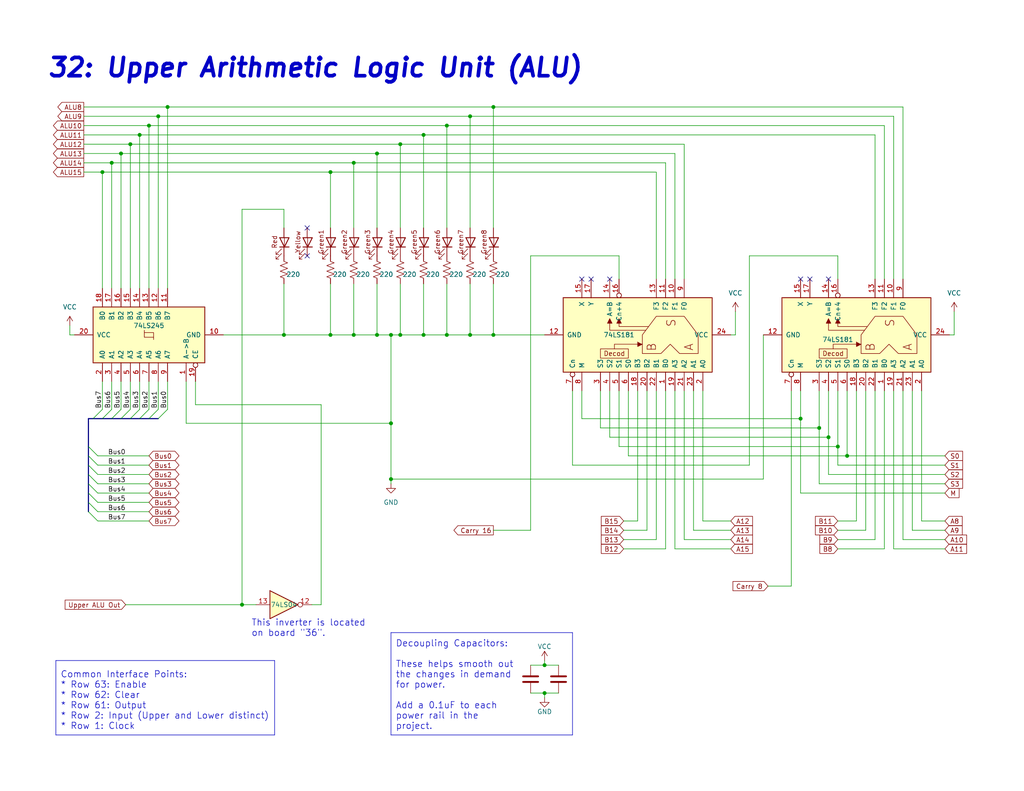
<source format=kicad_sch>
(kicad_sch (version 20211123) (generator eeschema)
  (paper "USLetter")
  (title_block (title "32: Upper ALU") (date "2022-02-23") (rev "1.1") (comment 1 "This board is located in Row 2") (comment 2 "This board is located in Column 3") (comment 3 "74LS04 is located on board \"36\" and shared with this board and board \"33\""))
  (lib_symbols
    (symbol "74xx:74LS04"
      (property "Reference" "U" (at 0 1.27 0))
      (property "Value" "74LS04" (at 0 -1.27 0))
      (symbol "74LS04_1_0"
        (polyline (pts (xy -3.81 3.81) (xy -3.81 -3.81) (xy 3.81 0) (xy -3.81 3.81)) (stroke (width 0.254)) (fill (type background)))
        (pin input line (at -7.62 0 0) (length 3.81) (name "~") (number "1"))
        (pin output inverted (at 7.62 0 180) (length 3.81) (name "~") (number "2"))
      )
      (symbol "74LS04_2_0"
        (polyline (pts (xy -3.81 3.81) (xy -3.81 -3.81) (xy 3.81 0) (xy -3.81 3.81)) (stroke (width 0.254)) (fill (type background)))
        (pin input line (at -7.62 0 0) (length 3.81) (name "~") (number "3"))
        (pin output inverted (at 7.62 0 180) (length 3.81) (name "~") (number "4"))
      )
      (symbol "74LS04_3_0"
        (polyline (pts (xy -3.81 3.81) (xy -3.81 -3.81) (xy 3.81 0) (xy -3.81 3.81)) (stroke (width 0.254)) (fill (type background)))
        (pin input line (at -7.62 0 0) (length 3.81) (name "~") (number "5"))
        (pin output inverted (at 7.62 0 180) (length 3.81) (name "~") (number "6"))
      )
      (symbol "74LS04_4_0"
        (polyline (pts (xy -3.81 3.81) (xy -3.81 -3.81) (xy 3.81 0) (xy -3.81 3.81)) (stroke (width 0.254)) (fill (type background)))
        (pin output inverted (at 7.62 0 180) (length 3.81) (name "~") (number "8"))
        (pin input line (at -7.62 0 0) (length 3.81) (name "~") (number "9"))
      )
      (symbol "74LS04_5_0"
        (polyline (pts (xy -3.81 3.81) (xy -3.81 -3.81) (xy 3.81 0) (xy -3.81 3.81)) (stroke (width 0.254)) (fill (type background)))
        (pin output inverted (at 7.62 0 180) (length 3.81) (name "~") (number "10"))
        (pin input line (at -7.62 0 0) (length 3.81) (name "~") (number "11"))
      )
      (symbol "74LS04_6_0"
        (polyline (pts (xy -3.81 3.81) (xy -3.81 -3.81) (xy 3.81 0) (xy -3.81 3.81)) (stroke (width 0.254)) (fill (type background)))
        (pin output inverted (at 7.62 0 180) (length 3.81) (name "~") (number "12"))
        (pin input line (at -7.62 0 0) (length 3.81) (name "~") (number "13"))
      )
      (symbol "74LS04_7_0"
        (pin power_in line (at 0 12.7 270) (length 5.08) (name "VCC") (number "14"))
        (pin power_in line (at 0 -12.7 90) (length 5.08) (name "GND") (number "7"))
      )
      (symbol "74LS04_7_1"
        (rectangle (start -5.08 7.62) (end 5.08 -7.62) (stroke (width 0.254)) (fill (type background)))
      )
    )
    (symbol "74xx:74LS181" (pin_names (offset 1.016))
      (property "Reference" "U" (at -7.62 21.59 0))
      (property "Value" "74LS181" (at -7.62 -21.59 0))
      (symbol "74LS181_1_0"
        (polyline (pts (xy -3.81 -6.35) (xy -2.54 -6.35) (xy -2.54 1.27)))
        (polyline (pts (xy -2.54 1.27) (xy -3.175 0) (xy -1.905 0)) (fill (type outline)))
        (polyline (pts (xy 1.27 2.159) (xy 1.27 -7.62) (xy 3.175 -7.62)))
        (polyline (pts (xy 3.175 -5.08) (xy 2.286 -5.08) (xy 2.286 2.921)))
        (polyline (pts (xy 4.445 -7.62) (xy 3.175 -6.985) (xy 3.175 -8.255) (xy 4.445 -7.62)) (fill (type outline)))
        (polyline (pts (xy 4.445 -5.08) (xy 3.175 -4.445) (xy 3.175 -5.715) (xy 4.445 -5.08)) (fill (type outline)))
        (polyline (pts (xy -6.35 -2.54) (xy -6.35 -10.16) (xy -3.81 -10.16) (xy -3.81 -2.54) (xy -6.35 -2.54)))
        (polyline (pts (xy -5.08 16.51) (xy -5.08 11.43) (xy -2.54 8.89) (xy -5.08 6.35) (xy -5.08 1.27) (xy 0 1.27) (xy 5.08 5.08) (xy 5.08 12.7) (xy 0 16.51) (xy -5.08 16.51)))
        (text "A" (at -3.302 13.97 0) (effects (font (size 2.286 2.286))))
        (text "B" (at -3.302 3.81 0) (effects (font (size 2.286 2.286))))
        (text "Decod" (at -5.08 -6.35 900) (effects (font (size 1.27 1.27))))
        (text "S" (at 3.302 9.144 0) (effects (font (size 2.286 2.286))))
        (pin input line (at -15.24 7.62 0) (length 5.08) (name "B0") (number "1"))
        (pin output line (at 15.24 10.16 180) (length 5.08) (name "F1") (number "10"))
        (pin output line (at 15.24 7.62 180) (length 5.08) (name "F2") (number "11"))
        (pin power_in line (at 0 -25.4 90) (length 5.08) (name "GND") (number "12"))
        (pin output line (at 15.24 5.08 180) (length 5.08) (name "F3") (number "13"))
        (pin output line (at 15.24 -7.62 180) (length 5.08) (name "A=B") (number "14"))
        (pin output line (at 15.24 -15.24 180) (length 5.08) (name "X") (number "15"))
        (pin output inverted (at 15.24 -5.08 180) (length 5.08) (name "Cn+4") (number "16"))
        (pin output line (at 15.24 -12.7 180) (length 5.08) (name "Y") (number "17"))
        (pin input line (at -15.24 0 0) (length 5.08) (name "B3") (number "18"))
        (pin input line (at -15.24 10.16 0) (length 5.08) (name "A3") (number "19"))
        (pin input line (at -15.24 17.78 0) (length 5.08) (name "A0") (number "2"))
        (pin input line (at -15.24 2.54 0) (length 5.08) (name "B2") (number "20"))
        (pin input line (at -15.24 12.7 0) (length 5.08) (name "A2") (number "21"))
        (pin input line (at -15.24 5.08 0) (length 5.08) (name "B1") (number "22"))
        (pin input line (at -15.24 15.24 0) (length 5.08) (name "A1") (number "23"))
        (pin power_in line (at 0 25.4 270) (length 5.08) (name "VCC") (number "24"))
        (pin input line (at -15.24 -10.16 0) (length 5.08) (name "S3") (number "3"))
        (pin input line (at -15.24 -7.62 0) (length 5.08) (name "S2") (number "4"))
        (pin input line (at -15.24 -5.08 0) (length 5.08) (name "S1") (number "5"))
        (pin input line (at -15.24 -2.54 0) (length 5.08) (name "S0") (number "6"))
        (pin input inverted (at -15.24 -17.78 0) (length 5.08) (name "Cn") (number "7"))
        (pin input line (at -15.24 -15.24 0) (length 5.08) (name "M") (number "8"))
        (pin output line (at 15.24 12.7 180) (length 5.08) (name "F0") (number "9"))
      )
      (symbol "74LS181_1_1"
        (rectangle (start -10.16 20.32) (end 10.16 -20.32) (stroke (width 0.254)) (fill (type background)))
      )
    )
    (symbol "74xx:74LS245" (pin_names (offset 1.016))
      (property "Reference" "U" (at -7.62 16.51 0))
      (property "Value" "74LS245" (at -7.62 -16.51 0))
      (symbol "74LS245_1_0"
        (polyline (pts (xy -0.635 -1.27) (xy -0.635 1.27) (xy 0.635 1.27)))
        (polyline (pts (xy -1.27 -1.27) (xy 0.635 -1.27) (xy 0.635 1.27) (xy 1.27 1.27)))
        (pin input line (at -12.7 -10.16 0) (length 5.08) (name "A->B") (number "1"))
        (pin power_in line (at 0 -20.32 90) (length 5.08) (name "GND") (number "10"))
        (pin tri_state line (at 12.7 -5.08 180) (length 5.08) (name "B7") (number "11"))
        (pin tri_state line (at 12.7 -2.54 180) (length 5.08) (name "B6") (number "12"))
        (pin tri_state line (at 12.7 0 180) (length 5.08) (name "B5") (number "13"))
        (pin tri_state line (at 12.7 2.54 180) (length 5.08) (name "B4") (number "14"))
        (pin tri_state line (at 12.7 5.08 180) (length 5.08) (name "B3") (number "15"))
        (pin tri_state line (at 12.7 7.62 180) (length 5.08) (name "B2") (number "16"))
        (pin tri_state line (at 12.7 10.16 180) (length 5.08) (name "B1") (number "17"))
        (pin tri_state line (at 12.7 12.7 180) (length 5.08) (name "B0") (number "18"))
        (pin input inverted (at -12.7 -12.7 0) (length 5.08) (name "CE") (number "19"))
        (pin tri_state line (at -12.7 12.7 0) (length 5.08) (name "A0") (number "2"))
        (pin power_in line (at 0 20.32 270) (length 5.08) (name "VCC") (number "20"))
        (pin tri_state line (at -12.7 10.16 0) (length 5.08) (name "A1") (number "3"))
        (pin tri_state line (at -12.7 7.62 0) (length 5.08) (name "A2") (number "4"))
        (pin tri_state line (at -12.7 5.08 0) (length 5.08) (name "A3") (number "5"))
        (pin tri_state line (at -12.7 2.54 0) (length 5.08) (name "A4") (number "6"))
        (pin tri_state line (at -12.7 0 0) (length 5.08) (name "A5") (number "7"))
        (pin tri_state line (at -12.7 -2.54 0) (length 5.08) (name "A6") (number "8"))
        (pin tri_state line (at -12.7 -5.08 0) (length 5.08) (name "A7") (number "9"))
      )
      (symbol "74LS245_1_1"
        (rectangle (start -7.62 15.24) (end 7.62 -15.24) (stroke (width 0.254)) (fill (type background)))
      )
    )
    (symbol "Device:C" (pin_numbers hide) (pin_names (offset 0.254))
      (property "Reference" "C" (at 0.635 2.54 0))
      (property "Value" "C" (at 0.635 -2.54 0))
      (symbol "C_0_1"
        (polyline (pts (xy -2.032 -0.762) (xy 2.032 -0.762)) (stroke (width 0.508)))
        (polyline (pts (xy -2.032 0.762) (xy 2.032 0.762)) (stroke (width 0.508)))
      )
      (symbol "C_1_1"
        (pin passive line (at 0 3.81 270) (length 2.794) (name "~") (number "1"))
        (pin passive line (at 0 -3.81 90) (length 2.794) (name "~") (number "2"))
      )
    )
    (symbol "Device:R_US" (pin_numbers hide) (pin_names (offset 0))
      (property "Reference" "R" (at 2.54 0 90))
      (property "Value" "R_US" (at -2.54 0 90))
      (symbol "R_US_0_1"
        (polyline (pts (xy 0 -2.286) (xy 0 -2.54)))
        (polyline (pts (xy 0 2.286) (xy 0 2.54)))
        (polyline (pts (xy 0 -0.762) (xy 1.016 -1.143) (xy 0 -1.524) (xy -1.016 -1.905) (xy 0 -2.286)))
        (polyline (pts (xy 0 0.762) (xy 1.016 0.381) (xy 0 0) (xy -1.016 -0.381) (xy 0 -0.762)))
        (polyline (pts (xy 0 2.286) (xy 1.016 1.905) (xy 0 1.524) (xy -1.016 1.143) (xy 0 0.762)))
      )
      (symbol "R_US_1_1"
        (pin passive line (at 0 3.81 270) (length 1.27) (name "~") (number "1"))
        (pin passive line (at 0 -3.81 90) (length 1.27) (name "~") (number "2"))
      )
    )
    (symbol "SB1R1Y8G_LED:SB1R1Y8G_LED"
      (symbol "SB1R1Y8G_LED_0_0"
        (text "" (at 0.635 0 900) (effects (font (size 1.27 1.27))))
        (text "" (at 1.27 -15.24 0) (effects (font (size 1.27 1.27))))
      )
      (symbol "SB1R1Y8G_LED_0_1"
        (polyline (pts (xy -1.397 -0.127) (xy 1.143 -0.127)))
        (polyline (pts (xy -1.397 1.143) (xy -1.397 -1.397)) (stroke (width 0.254)))
        (polyline (pts (xy 1.143 1.143) (xy 1.143 -1.397) (xy -1.397 -0.127) (xy 1.143 1.143)) (stroke (width 0.254)))
        (polyline (pts (xy -3.175 0.635) (xy -4.699 2.159) (xy -3.937 2.159) (xy -4.699 2.159) (xy -4.699 1.397)))
        (polyline (pts (xy -1.905 0.635) (xy -3.429 2.159) (xy -2.667 2.159) (xy -3.429 2.159) (xy -3.429 1.397)))
      )
      (symbol "SB1R1Y8G_LED_1_0"
        (text "Red" (at 0 2.54 0) (effects (font (size 1.27 1.27))))
      )
      (symbol "SB1R1Y8G_LED_1_1"
        (pin passive line (at -3.81 0 0) (length 2.54) (name "") (number "1"))
        (pin passive line (at 3.81 0 180) (length 2.54) (name "") (number "11"))
      )
      (symbol "SB1R1Y8G_LED_2_0"
        (text "Yellow" (at 0 2.54 0) (effects (font (size 1.27 1.27))))
      )
      (symbol "SB1R1Y8G_LED_2_1"
        (pin passive line (at 3.81 0 180) (length 2.54) (name "") (number "12"))
        (pin passive line (at -3.81 0 0) (length 2.54) (name "") (number "2"))
      )
      (symbol "SB1R1Y8G_LED_3_0"
        (text "Green1" (at 0 2.54 0) (effects (font (size 1.27 1.27))))
      )
      (symbol "SB1R1Y8G_LED_3_1"
        (pin passive line (at 3.81 0 180) (length 2.54) (name "") (number "13"))
        (pin passive line (at -3.81 0 0) (length 2.54) (name "") (number "3"))
      )
      (symbol "SB1R1Y8G_LED_4_0"
        (text "Green2" (at 0 2.54 0) (effects (font (size 1.27 1.27))))
      )
      (symbol "SB1R1Y8G_LED_4_1"
        (pin passive line (at 3.81 0 180) (length 2.54) (name "") (number "14"))
        (pin passive line (at -3.81 0 0) (length 2.54) (name "") (number "4"))
      )
      (symbol "SB1R1Y8G_LED_5_0"
        (text "Green3" (at 0 2.54 0) (effects (font (size 1.27 1.27))))
      )
      (symbol "SB1R1Y8G_LED_5_1"
        (pin passive line (at 3.81 0 180) (length 2.54) (name "") (number "15"))
        (pin passive line (at -3.81 0 0) (length 2.54) (name "") (number "5"))
      )
      (symbol "SB1R1Y8G_LED_6_0"
        (text "Green4" (at 0 2.54 0) (effects (font (size 1.27 1.27))))
      )
      (symbol "SB1R1Y8G_LED_6_1"
        (pin passive line (at 3.81 0 180) (length 2.54) (name "") (number "16"))
        (pin passive line (at -3.81 0 0) (length 2.54) (name "") (number "6"))
      )
      (symbol "SB1R1Y8G_LED_7_0"
        (text "Green5" (at 0 2.54 0) (effects (font (size 1.27 1.27))))
      )
      (symbol "SB1R1Y8G_LED_7_1"
        (pin passive line (at 3.81 0 180) (length 2.54) (name "") (number "17"))
        (pin passive line (at -3.81 0 0) (length 2.54) (name "") (number "7"))
      )
      (symbol "SB1R1Y8G_LED_8_0"
        (text "Green6" (at 0 2.54 0) (effects (font (size 1.27 1.27))))
      )
      (symbol "SB1R1Y8G_LED_8_1"
        (pin passive line (at 3.81 0 180) (length 2.54) (name "") (number "18"))
        (pin passive line (at -3.81 0 0) (length 2.54) (name "") (number "8"))
      )
      (symbol "SB1R1Y8G_LED_9_0"
        (text "Green7" (at 0 2.54 0) (effects (font (size 1.27 1.27))))
      )
      (symbol "SB1R1Y8G_LED_9_1"
        (pin passive line (at 3.81 0 180) (length 2.54) (name "") (number "19"))
        (pin passive line (at -3.81 0 0) (length 2.54) (name "") (number "9"))
      )
      (symbol "SB1R1Y8G_LED_10_0"
        (text "Green8" (at 0 2.54 0) (effects (font (size 1.27 1.27))))
      )
      (symbol "SB1R1Y8G_LED_10_1"
        (pin passive line (at 3.81 0 180) (length 2.54) (name "") (number "10"))
        (pin passive line (at -3.81 0 0) (length 2.54) (name "") (number "20"))
      )
    )
    (symbol "power:GND" (power) (pin_names (offset 0))
      (property "Value" "GND" (at 0 -3.81 0))
      (symbol "GND_0_1"
        (polyline (pts (xy 0 0) (xy 0 -1.27) (xy 1.27 -1.27) (xy 0 -2.54) (xy -1.27 -1.27) (xy 0 -1.27)))
      )
      (symbol "GND_1_1"
        (pin power_in line (at 0 0 270) (length 0) hide (name "GND") (number "1"))
      )
    )
    (symbol "power:VCC" (power) (pin_names (offset 0))
      (property "Value" "VCC" (at 0 3.81 0))
      (symbol "VCC_0_1"
        (polyline (pts (xy -0.762 1.27) (xy 0 2.54)))
        (polyline (pts (xy 0 0) (xy 0 2.54)))
        (polyline (pts (xy 0 2.54) (xy 0.762 1.27)))
      )
      (symbol "VCC_1_1"
        (pin power_in line (at 0 0 90) (length 0) hide (name "VCC") (number "1"))
      )
    )
  )
  (junction (at 106.68 91.44))
  (junction (at 115.57 91.44))
  (junction (at 77.47 91.44))
  (junction (at 90.17 91.44))
  (junction (at 35.56 39.37))
  (junction (at 106.68 115.57))
  (junction (at 90.17 46.99))
  (junction (at 134.62 29.21))
  (junction (at 96.52 44.45))
  (junction (at 30.48 44.45))
  (junction (at 43.18 31.75))
  (junction (at 121.92 34.29))
  (junction (at 40.64 34.29))
  (junction (at 109.22 39.37))
  (junction (at 226.06 119.38))
  (junction (at 96.52 91.44))
  (junction (at 102.87 41.91))
  (junction (at 106.68 130.81))
  (junction (at 134.62 91.44))
  (junction (at 27.94 46.99))
  (junction (at 102.87 91.44))
  (junction (at 115.57 36.83))
  (junction (at 223.52 116.84))
  (junction (at 38.1 36.83))
  (junction (at 121.92 91.44))
  (junction (at 33.02 41.91))
  (junction (at 66.04 165.1))
  (junction (at 109.22 91.44))
  (junction (at 148.59 181.61))
  (junction (at 128.27 31.75))
  (junction (at 128.27 91.44))
  (junction (at 148.59 189.23))
  (junction (at 45.72 29.21))
  (junction (at 228.6 121.92))
  (junction (at 218.44 114.3))
  (junction (at 231.14 124.46))
  (no_connect (at 226.06 76.2))
  (no_connect (at 220.98 76.2))
  (no_connect (at 218.44 76.2))
  (no_connect (at 166.37 76.2))
  (no_connect (at 161.29 76.2))
  (no_connect (at 158.75 76.2))
  (no_connect (at 83.82 69.85))
  (no_connect (at 83.82 62.23))
  (bus_entry (at 26.67 132.08) (size -2.54 -2.54))
  (bus_entry (at 27.94 111.76) (size -2.54 2.54))
  (bus_entry (at 26.67 124.46) (size -2.54 -2.54))
  (bus_entry (at 26.67 134.62) (size -2.54 -2.54))
  (bus_entry (at 30.48 111.76) (size -2.54 2.54))
  (bus_entry (at 40.64 111.76) (size -2.54 2.54))
  (bus_entry (at 35.56 111.76) (size -2.54 2.54))
  (bus_entry (at 33.02 111.76) (size -2.54 2.54))
  (bus_entry (at 43.18 111.76) (size -2.54 2.54))
  (bus_entry (at 26.67 139.7) (size -2.54 -2.54))
  (bus_entry (at 45.72 111.76) (size -2.54 2.54))
  (bus_entry (at 26.67 127) (size -2.54 -2.54))
  (bus_entry (at 26.67 129.54) (size -2.54 -2.54))
  (bus_entry (at 38.1 111.76) (size -2.54 2.54))
  (bus_entry (at 26.67 142.24) (size -2.54 -2.54))
  (bus_entry (at 26.67 137.16) (size -2.54 -2.54))
  (wire (pts (xy 90.17 91.44) (xy 96.52 91.44)))
  (wire (pts (xy 27.94 46.99) (xy 27.94 78.74)))
  (wire (pts (xy 184.15 76.2) (xy 184.15 41.91)))
  (wire (pts (xy 87.63 165.1) (xy 87.63 110.49)))
  (wire (pts (xy 204.47 127) (xy 156.21 127)))
  (wire (pts (xy 171.45 106.68) (xy 171.45 124.46)))
  (wire (pts (xy 181.61 76.2) (xy 181.61 44.45)))
  (wire (pts (xy 22.86 31.75) (xy 43.18 31.75)))
  (wire (pts (xy 200.66 91.44) (xy 199.39 91.44)))
  (wire (pts (xy 241.3 34.29) (xy 121.92 34.29)))
  (wire (pts (xy 85.09 165.1) (xy 87.63 165.1)))
  (wire (pts (xy 121.92 34.29) (xy 40.64 34.29)))
  (wire (pts (xy 60.96 91.44) (xy 77.47 91.44)))
  (wire (pts (xy 50.8 115.57) (xy 106.68 115.57)))
  (wire (pts (xy 243.84 149.86) (xy 257.81 149.86)))
  (wire (pts (xy 102.87 77.47) (xy 102.87 91.44)))
  (bus (pts (xy 24.13 129.54) (xy 24.13 132.08)))
  (wire (pts (xy 241.3 106.68) (xy 241.3 149.86)))
  (bus (pts (xy 27.94 114.3) (xy 25.4 114.3)))
  (wire (pts (xy 106.68 130.81) (xy 208.28 130.81)))
  (wire (pts (xy 148.59 180.34) (xy 148.59 181.61)))
  (wire (pts (xy 246.38 76.2) (xy 246.38 29.21)))
  (wire (pts (xy 189.23 144.78) (xy 199.39 144.78)))
  (wire (pts (xy 181.61 44.45) (xy 96.52 44.45)))
  (wire (pts (xy 176.53 106.68) (xy 176.53 144.78)))
  (wire (pts (xy 168.91 106.68) (xy 168.91 121.92)))
  (wire (pts (xy 128.27 91.44) (xy 134.62 91.44)))
  (wire (pts (xy 204.47 69.85) (xy 204.47 127)))
  (wire (pts (xy 233.68 106.68) (xy 233.68 142.24)))
  (bus (pts (xy 33.02 114.3) (xy 35.56 114.3)))
  (polyline (pts (xy 74.93 180.34) (xy 74.93 200.66)) (stroke (width 0) (type solid)))
  (wire (pts (xy 26.67 142.24) (xy 40.64 142.24)))
  (wire (pts (xy 246.38 106.68) (xy 246.38 147.32)))
  (wire (pts (xy 191.77 142.24) (xy 199.39 142.24)))
  (wire (pts (xy 22.86 34.29) (xy 40.64 34.29)))
  (wire (pts (xy 223.52 106.68) (xy 223.52 116.84)))
  (wire (pts (xy 106.68 91.44) (xy 106.68 115.57)))
  (wire (pts (xy 238.76 36.83) (xy 115.57 36.83)))
  (wire (pts (xy 66.04 57.15) (xy 66.04 165.1)))
  (wire (pts (xy 191.77 106.68) (xy 191.77 142.24)))
  (wire (pts (xy 163.83 106.68) (xy 163.83 116.84)))
  (wire (pts (xy 96.52 62.23) (xy 96.52 44.45)))
  (bus (pts (xy 30.48 114.3) (xy 33.02 114.3)))
  (wire (pts (xy 87.63 110.49) (xy 53.34 110.49)))
  (wire (pts (xy 228.6 121.92) (xy 228.6 106.68)))
  (wire (pts (xy 22.86 44.45) (xy 30.48 44.45)))
  (wire (pts (xy 238.76 147.32) (xy 228.6 147.32)))
  (polyline (pts (xy 106.68 172.72) (xy 156.21 172.72)) (stroke (width 0) (type solid)))
  (wire (pts (xy 102.87 62.23) (xy 102.87 41.91)))
  (wire (pts (xy 260.35 91.44) (xy 259.08 91.44)))
  (bus (pts (xy 24.13 132.08) (xy 24.13 134.62)))
  (wire (pts (xy 238.76 106.68) (xy 238.76 147.32)))
  (wire (pts (xy 163.83 116.84) (xy 223.52 116.84)))
  (bus (pts (xy 24.13 137.16) (xy 24.13 139.7)))
  (wire (pts (xy 156.21 127) (xy 156.21 106.68)))
  (wire (pts (xy 184.15 41.91) (xy 102.87 41.91)))
  (wire (pts (xy 38.1 36.83) (xy 38.1 78.74)))
  (wire (pts (xy 200.66 85.09) (xy 200.66 91.44)))
  (wire (pts (xy 228.6 69.85) (xy 204.47 69.85)))
  (bus (pts (xy 38.1 114.3) (xy 40.64 114.3)))
  (wire (pts (xy 19.05 88.9) (xy 19.05 91.44)))
  (wire (pts (xy 96.52 44.45) (xy 30.48 44.45)))
  (wire (pts (xy 66.04 165.1) (xy 69.85 165.1)))
  (wire (pts (xy 179.07 106.68) (xy 179.07 147.32)))
  (wire (pts (xy 248.92 106.68) (xy 248.92 144.78)))
  (wire (pts (xy 26.67 124.46) (xy 40.64 124.46)))
  (polyline (pts (xy 156.21 200.66) (xy 106.68 200.66)) (stroke (width 0) (type solid)))
  (wire (pts (xy 179.07 46.99) (xy 90.17 46.99)))
  (wire (pts (xy 148.59 189.23) (xy 148.59 190.5)))
  (wire (pts (xy 53.34 104.14) (xy 53.34 110.49)))
  (wire (pts (xy 22.86 46.99) (xy 27.94 46.99)))
  (wire (pts (xy 134.62 91.44) (xy 148.59 91.44)))
  (bus (pts (xy 24.13 114.3) (xy 24.13 121.92)))
  (wire (pts (xy 246.38 147.32) (xy 257.81 147.32)))
  (wire (pts (xy 106.68 91.44) (xy 109.22 91.44)))
  (wire (pts (xy 144.78 144.78) (xy 134.62 144.78)))
  (wire (pts (xy 96.52 91.44) (xy 102.87 91.44)))
  (wire (pts (xy 186.69 39.37) (xy 109.22 39.37)))
  (wire (pts (xy 257.81 134.62) (xy 218.44 134.62)))
  (wire (pts (xy 45.72 104.14) (xy 45.72 111.76)))
  (wire (pts (xy 257.81 127) (xy 228.6 127)))
  (wire (pts (xy 215.9 160.02) (xy 209.55 160.02)))
  (wire (pts (xy 241.3 76.2) (xy 241.3 34.29)))
  (wire (pts (xy 257.81 129.54) (xy 226.06 129.54)))
  (wire (pts (xy 148.59 181.61) (xy 152.4 181.61)))
  (polyline (pts (xy 74.93 200.66) (xy 15.24 200.66)) (stroke (width 0) (type solid)))
  (wire (pts (xy 22.86 29.21) (xy 45.72 29.21)))
  (wire (pts (xy 257.81 132.08) (xy 223.52 132.08)))
  (wire (pts (xy 128.27 31.75) (xy 43.18 31.75)))
  (wire (pts (xy 158.75 114.3) (xy 218.44 114.3)))
  (wire (pts (xy 77.47 91.44) (xy 90.17 91.44)))
  (wire (pts (xy 236.22 144.78) (xy 228.6 144.78)))
  (wire (pts (xy 109.22 62.23) (xy 109.22 39.37)))
  (wire (pts (xy 246.38 29.21) (xy 134.62 29.21)))
  (wire (pts (xy 106.68 115.57) (xy 106.68 130.81)))
  (wire (pts (xy 173.99 106.68) (xy 173.99 142.24)))
  (wire (pts (xy 208.28 91.44) (xy 208.28 130.81)))
  (wire (pts (xy 35.56 104.14) (xy 35.56 111.76)))
  (wire (pts (xy 218.44 114.3) (xy 218.44 134.62)))
  (wire (pts (xy 121.92 77.47) (xy 121.92 91.44)))
  (wire (pts (xy 134.62 77.47) (xy 134.62 91.44)))
  (wire (pts (xy 102.87 91.44) (xy 106.68 91.44)))
  (wire (pts (xy 115.57 36.83) (xy 38.1 36.83)))
  (wire (pts (xy 77.47 77.47) (xy 77.47 91.44)))
  (wire (pts (xy 102.87 41.91) (xy 33.02 41.91)))
  (polyline (pts (xy 15.24 180.34) (xy 74.93 180.34)) (stroke (width 0) (type solid)))
  (wire (pts (xy 184.15 106.68) (xy 184.15 149.86)))
  (wire (pts (xy 248.92 144.78) (xy 257.81 144.78)))
  (wire (pts (xy 50.8 104.14) (xy 50.8 115.57)))
  (wire (pts (xy 238.76 76.2) (xy 238.76 36.83)))
  (wire (pts (xy 179.07 76.2) (xy 179.07 46.99)))
  (wire (pts (xy 26.67 134.62) (xy 40.64 134.62)))
  (wire (pts (xy 243.84 76.2) (xy 243.84 31.75)))
  (wire (pts (xy 134.62 62.23) (xy 134.62 29.21)))
  (wire (pts (xy 173.99 142.24) (xy 170.18 142.24)))
  (wire (pts (xy 168.91 69.85) (xy 144.78 69.85)))
  (wire (pts (xy 26.67 127) (xy 40.64 127)))
  (wire (pts (xy 184.15 149.86) (xy 199.39 149.86)))
  (wire (pts (xy 233.68 142.24) (xy 228.6 142.24)))
  (wire (pts (xy 231.14 106.68) (xy 231.14 124.46)))
  (wire (pts (xy 251.46 106.68) (xy 251.46 142.24)))
  (wire (pts (xy 148.59 189.23) (xy 152.4 189.23)))
  (wire (pts (xy 109.22 39.37) (xy 35.56 39.37)))
  (wire (pts (xy 223.52 116.84) (xy 223.52 132.08)))
  (wire (pts (xy 26.67 139.7) (xy 40.64 139.7)))
  (bus (pts (xy 25.4 114.3) (xy 24.13 114.3)))
  (wire (pts (xy 166.37 119.38) (xy 226.06 119.38)))
  (wire (pts (xy 40.64 34.29) (xy 40.64 78.74)))
  (wire (pts (xy 181.61 149.86) (xy 170.18 149.86)))
  (wire (pts (xy 22.86 41.91) (xy 33.02 41.91)))
  (wire (pts (xy 226.06 129.54) (xy 226.06 119.38)))
  (wire (pts (xy 128.27 77.47) (xy 128.27 91.44)))
  (bus (pts (xy 24.13 127) (xy 24.13 129.54)))
  (wire (pts (xy 43.18 104.14) (xy 43.18 111.76)))
  (wire (pts (xy 30.48 104.14) (xy 30.48 111.76)))
  (wire (pts (xy 128.27 62.23) (xy 128.27 31.75)))
  (wire (pts (xy 144.78 181.61) (xy 148.59 181.61)))
  (wire (pts (xy 115.57 77.47) (xy 115.57 91.44)))
  (bus (pts (xy 27.94 114.3) (xy 30.48 114.3)))
  (wire (pts (xy 38.1 104.14) (xy 38.1 111.76)))
  (wire (pts (xy 22.86 36.83) (xy 38.1 36.83)))
  (polyline (pts (xy 15.24 180.34) (xy 15.24 200.66)) (stroke (width 0) (type solid)))
  (wire (pts (xy 171.45 124.46) (xy 231.14 124.46)))
  (wire (pts (xy 77.47 62.23) (xy 77.47 57.15)))
  (wire (pts (xy 134.62 29.21) (xy 45.72 29.21)))
  (polyline (pts (xy 106.68 172.72) (xy 106.68 200.66)) (stroke (width 0) (type solid)))
  (wire (pts (xy 26.67 132.08) (xy 40.64 132.08)))
  (wire (pts (xy 90.17 46.99) (xy 27.94 46.99)))
  (wire (pts (xy 109.22 91.44) (xy 115.57 91.44)))
  (wire (pts (xy 19.05 91.44) (xy 20.32 91.44)))
  (bus (pts (xy 35.56 114.3) (xy 38.1 114.3)))
  (wire (pts (xy 35.56 39.37) (xy 35.56 78.74)))
  (wire (pts (xy 176.53 144.78) (xy 170.18 144.78)))
  (wire (pts (xy 243.84 106.68) (xy 243.84 149.86)))
  (wire (pts (xy 166.37 106.68) (xy 166.37 119.38)))
  (wire (pts (xy 34.29 165.1) (xy 66.04 165.1)))
  (polyline (pts (xy 156.21 172.72) (xy 156.21 200.66)) (stroke (width 0) (type solid)))
  (wire (pts (xy 260.35 85.09) (xy 260.35 91.44)))
  (wire (pts (xy 158.75 106.68) (xy 158.75 114.3)))
  (wire (pts (xy 106.68 130.81) (xy 106.68 132.08)))
  (wire (pts (xy 226.06 119.38) (xy 226.06 106.68)))
  (wire (pts (xy 121.92 62.23) (xy 121.92 34.29)))
  (wire (pts (xy 26.67 137.16) (xy 40.64 137.16)))
  (wire (pts (xy 45.72 29.21) (xy 45.72 78.74)))
  (bus (pts (xy 24.13 124.46) (xy 24.13 127)))
  (wire (pts (xy 144.78 189.23) (xy 148.59 189.23)))
  (wire (pts (xy 30.48 44.45) (xy 30.48 78.74)))
  (wire (pts (xy 40.64 104.14) (xy 40.64 111.76)))
  (wire (pts (xy 179.07 147.32) (xy 170.18 147.32)))
  (wire (pts (xy 181.61 106.68) (xy 181.61 149.86)))
  (wire (pts (xy 77.47 57.15) (xy 66.04 57.15)))
  (bus (pts (xy 24.13 124.46) (xy 24.13 121.92)))
  (wire (pts (xy 186.69 147.32) (xy 199.39 147.32)))
  (wire (pts (xy 90.17 77.47) (xy 90.17 91.44)))
  (wire (pts (xy 115.57 91.44) (xy 121.92 91.44)))
  (wire (pts (xy 43.18 31.75) (xy 43.18 78.74)))
  (wire (pts (xy 121.92 91.44) (xy 128.27 91.44)))
  (wire (pts (xy 115.57 62.23) (xy 115.57 36.83)))
  (wire (pts (xy 243.84 31.75) (xy 128.27 31.75)))
  (wire (pts (xy 96.52 77.47) (xy 96.52 91.44)))
  (wire (pts (xy 33.02 41.91) (xy 33.02 78.74)))
  (wire (pts (xy 257.81 124.46) (xy 231.14 124.46)))
  (wire (pts (xy 109.22 77.47) (xy 109.22 91.44)))
  (wire (pts (xy 218.44 106.68) (xy 218.44 114.3)))
  (wire (pts (xy 251.46 142.24) (xy 257.81 142.24)))
  (bus (pts (xy 24.13 134.62) (xy 24.13 137.16)))
  (wire (pts (xy 27.94 104.14) (xy 27.94 111.76)))
  (wire (pts (xy 228.6 127) (xy 228.6 121.92)))
  (bus (pts (xy 40.64 114.3) (xy 43.18 114.3)))
  (wire (pts (xy 26.67 129.54) (xy 40.64 129.54)))
  (wire (pts (xy 215.9 106.68) (xy 215.9 160.02)))
  (wire (pts (xy 241.3 149.86) (xy 228.6 149.86)))
  (wire (pts (xy 168.91 76.2) (xy 168.91 69.85)))
  (wire (pts (xy 228.6 76.2) (xy 228.6 69.85)))
  (wire (pts (xy 236.22 106.68) (xy 236.22 144.78)))
  (wire (pts (xy 90.17 62.23) (xy 90.17 46.99)))
  (wire (pts (xy 168.91 121.92) (xy 228.6 121.92)))
  (wire (pts (xy 33.02 104.14) (xy 33.02 111.76)))
  (wire (pts (xy 189.23 106.68) (xy 189.23 144.78)))
  (wire (pts (xy 144.78 69.85) (xy 144.78 144.78)))
  (wire (pts (xy 22.86 39.37) (xy 35.56 39.37)))
  (wire (pts (xy 186.69 106.68) (xy 186.69 147.32)))
  (wire (pts (xy 186.69 76.2) (xy 186.69 39.37)))
  (text " 32: Upper Arithmetic Logic Unit (ALU)" (at 8.89 21.59 0) (effects (font (size 5 5) (thickness 1) bold italic) (justify left bottom)))
  (text "This inverter is located \non board \"36\"." (at 68.58 173.99 0) (effects (font (size 1.75 1.75)) (justify left bottom)))
  (text "Common Interface Points:\n* Row 63: Enable\n* Row 62: Clear\n* Row 61: Output\n* Row 2: Input (Upper and Lower distinct)\n* Row 1: Clock" (at 16.51 199.39 0) (effects (font (size 1.75 1.75)) (justify left bottom)))
  (text "Decoupling Capacitors:\n\nThese helps smooth out \nthe changes in demand \nfor power.\n\nAdd a 0.1uF to each \npower rail in the \nproject." (at 107.95 199.39 0) (effects (font (size 1.75 1.75)) (justify left bottom)))
  (label "Bus1" (at 43.18 106.68 270))
  (label "Bus5" (at 34.29 137.16 180))
  (label "Bus6" (at 30.48 106.68 270))
  (label "Bus2" (at 34.29 129.54 180))
  (label "Bus1" (at 34.29 127 180))
  (label "Bus4" (at 34.29 134.62 180))
  (label "Bus4" (at 35.56 106.68 270))
  (label "Bus3" (at 34.29 132.08 180))
  (label "Bus5" (at 33.02 106.68 270))
  (label "Bus0" (at 34.29 124.46 180))
  (label "Bus6" (at 34.29 139.7 180))
  (label "Bus7" (at 34.29 142.24 180))
  (label "Bus0" (at 45.72 106.68 270))
  (label "Bus2" (at 40.64 106.68 270))
  (label "Bus7" (at 27.94 106.68 270))
  (label "Bus3" (at 38.1 106.68 270))
  (global_label "Bus1" (shape bidirectional) (at 40.64 127 0) (property "Intersheet References" "${INTERSHEET_REFS}" (effects hide)))
  (global_label "A13" (shape input) (at 199.39 144.78 0) (property "Intersheet References" "${INTERSHEET_REFS}" (effects hide)))
  (global_label "S2" (shape input) (at 257.81 129.54 0) (property "Intersheet References" "${INTERSHEET_REFS}" (effects hide)))
  (global_label "Bus0" (shape bidirectional) (at 40.64 124.46 0) (property "Intersheet References" "${INTERSHEET_REFS}" (effects hide)))
  (global_label "Carry 8" (shape input) (at 209.55 160.02 180) (property "Intersheet References" "${INTERSHEET_REFS}" (effects hide)))
  (global_label "A12" (shape input) (at 199.39 142.24 0) (property "Intersheet References" "${INTERSHEET_REFS}" (effects hide)))
  (global_label "ALU9" (shape output) (at 22.86 31.75 180) (property "Intersheet References" "${INTERSHEET_REFS}" (effects hide)))
  (global_label "A10" (shape input) (at 257.81 147.32 0) (property "Intersheet References" "${INTERSHEET_REFS}" (effects hide)))
  (global_label "S1" (shape input) (at 257.81 127 0) (property "Intersheet References" "${INTERSHEET_REFS}" (effects hide)))
  (global_label "A15" (shape input) (at 199.39 149.86 0) (property "Intersheet References" "${INTERSHEET_REFS}" (effects hide)))
  (global_label "S0" (shape input) (at 257.81 124.46 0) (property "Intersheet References" "${INTERSHEET_REFS}" (effects hide)))
  (global_label "A14" (shape input) (at 199.39 147.32 0) (property "Intersheet References" "${INTERSHEET_REFS}" (effects hide)))
  (global_label "A11" (shape input) (at 257.81 149.86 0) (property "Intersheet References" "${INTERSHEET_REFS}" (effects hide)))
  (global_label "B10" (shape input) (at 228.6 144.78 180) (property "Intersheet References" "${INTERSHEET_REFS}" (effects hide)))
  (global_label "Bus6" (shape bidirectional) (at 40.64 139.7 0) (property "Intersheet References" "${INTERSHEET_REFS}" (effects hide)))
  (global_label "Bus3" (shape bidirectional) (at 40.64 132.08 0) (property "Intersheet References" "${INTERSHEET_REFS}" (effects hide)))
  (global_label "ALU12" (shape output) (at 22.86 39.37 180) (property "Intersheet References" "${INTERSHEET_REFS}" (effects hide)))
  (global_label "ALU15" (shape output) (at 22.86 46.99 180) (property "Intersheet References" "${INTERSHEET_REFS}" (effects hide)))
  (global_label "M" (shape input) (at 257.81 134.62 0) (property "Intersheet References" "${INTERSHEET_REFS}" (effects hide)))
  (global_label "Bus5" (shape bidirectional) (at 40.64 137.16 0) (property "Intersheet References" "${INTERSHEET_REFS}" (effects hide)))
  (global_label "B15" (shape input) (at 170.18 142.24 180) (property "Intersheet References" "${INTERSHEET_REFS}" (effects hide)))
  (global_label "ALU13" (shape output) (at 22.86 41.91 180) (property "Intersheet References" "${INTERSHEET_REFS}" (effects hide)))
  (global_label "B11" (shape input) (at 228.6 142.24 180) (property "Intersheet References" "${INTERSHEET_REFS}" (effects hide)))
  (global_label "Bus4" (shape bidirectional) (at 40.64 134.62 0) (property "Intersheet References" "${INTERSHEET_REFS}" (effects hide)))
  (global_label "ALU10" (shape output) (at 22.86 34.29 180) (property "Intersheet References" "${INTERSHEET_REFS}" (effects hide)))
  (global_label "S3" (shape input) (at 257.81 132.08 0) (property "Intersheet References" "${INTERSHEET_REFS}" (effects hide)))
  (global_label "B8" (shape input) (at 228.6 149.86 180) (property "Intersheet References" "${INTERSHEET_REFS}" (effects hide)))
  (global_label "B13" (shape input) (at 170.18 147.32 180) (property "Intersheet References" "${INTERSHEET_REFS}" (effects hide)))
  (global_label "Upper ALU Out" (shape input) (at 34.29 165.1 180) (property "Intersheet References" "${INTERSHEET_REFS}" (effects hide)))
  (global_label "B12" (shape input) (at 170.18 149.86 180) (property "Intersheet References" "${INTERSHEET_REFS}" (effects hide)))
  (global_label "B9" (shape input) (at 228.6 147.32 180) (property "Intersheet References" "${INTERSHEET_REFS}" (effects hide)))
  (global_label "ALU8" (shape output) (at 22.86 29.21 180) (property "Intersheet References" "${INTERSHEET_REFS}" (effects hide)))
  (global_label "Bus2" (shape bidirectional) (at 40.64 129.54 0) (property "Intersheet References" "${INTERSHEET_REFS}" (effects hide)))
  (global_label "ALU11" (shape output) (at 22.86 36.83 180) (property "Intersheet References" "${INTERSHEET_REFS}" (effects hide)))
  (global_label "Bus7" (shape bidirectional) (at 40.64 142.24 0) (property "Intersheet References" "${INTERSHEET_REFS}" (effects hide)))
  (global_label "A9" (shape input) (at 257.81 144.78 0) (property "Intersheet References" "${INTERSHEET_REFS}" (effects hide)))
  (global_label "A8" (shape input) (at 257.81 142.24 0) (property "Intersheet References" "${INTERSHEET_REFS}" (effects hide)))
  (global_label "ALU14" (shape output) (at 22.86 44.45 180) (property "Intersheet References" "${INTERSHEET_REFS}" (effects hide)))
  (global_label "B14" (shape input) (at 170.18 144.78 180) (property "Intersheet References" "${INTERSHEET_REFS}" (effects hide)))
  (global_label "Carry 16" (shape output) (at 134.62 144.78 180) (property "Intersheet References" "${INTERSHEET_REFS}" (effects hide)))
  (symbol (lib_id "Device:R_US") (at 109.22 73.66 0) (unit 1)
    (property "Reference" "R?" (effects hide))
    (property "Value" "220" (at 111.76 74.9299 0))
  )
  (symbol (lib_id "power:VCC") (at 19.05 88.9 0) (unit 1)
    (property "Reference" "#PWR?" (effects hide))
    (property "Value" "VCC" (at 19.05 83.82 0))
  )
  (symbol (lib_id "74xx:74LS181") (at 173.99 91.44 270) (mirror x) (unit 1)
    (property "Reference" "U?" (effects hide))
    (property "Value" "74LS181" (at 168.91 91.44 90))
    (property "Datasheet" "74xx/74F181.pdf" (effects hide))
  )
  (symbol (lib_id "Device:C") (at 152.4 185.42 0) (unit 1)
    (property "Reference" "C?" (effects hide))
    (property "Value" "0.1uF" (effects hide))
  )
  (symbol (lib_id "74xx:74LS181") (at 233.68 91.44 270) (mirror x) (unit 1)
    (property "Reference" "U?" (effects hide))
    (property "Value" "74LS181" (at 228.6 92.71 90))
    (property "Datasheet" "74xx/74F181.pdf" (effects hide))
  )
  (symbol (lib_id "74xx:74LS04") (at 77.47 165.1 0) (unit 6)
    (property "Reference" "U?" (effects hide))
    (property "Value" "74LS04" (at 77.47 165.1 0))
    (property "Datasheet" "http://www.ti.com/lit/gpn/sn74LS04" (effects hide))
  )
  (symbol (lib_id "SB1R1Y8G_LED:SB1R1Y8G_LED") (at 96.52 66.04 90) (unit 4)
    (property "Reference" "U?" (effects hide))
    (property "Value" "SB1R1Y8G_LED" (effects hide))
  )
  (symbol (lib_id "SB1R1Y8G_LED:SB1R1Y8G_LED") (at 134.62 66.04 90) (unit 10)
    (property "Reference" "U?" (effects hide))
    (property "Value" "SB1R1Y8G_LED" (effects hide))
  )
  (symbol (lib_id "power:VCC") (at 260.35 85.09 0) (unit 1)
    (property "Reference" "#PWR?" (effects hide))
    (property "Value" "VCC" (at 260.35 80.01 0))
  )
  (symbol (lib_id "Device:C") (at 144.78 185.42 0) (unit 1)
    (property "Reference" "C?" (effects hide))
    (property "Value" "0.1uF" (effects hide))
  )
  (symbol (lib_id "SB1R1Y8G_LED:SB1R1Y8G_LED") (at 83.82 66.04 90) (unit 2)
    (property "Reference" "U?" (effects hide))
    (property "Value" "SB1R1Y8G_LED" (effects hide))
  )
  (symbol (lib_id "power:GND") (at 106.68 132.08 0) (unit 1)
    (property "Reference" "#PWR?" (effects hide))
    (property "Value" "GND" (at 106.68 137.16 0))
  )
  (symbol (lib_id "SB1R1Y8G_LED:SB1R1Y8G_LED") (at 77.47 66.04 90) (unit 1)
    (property "Reference" "U?" (effects hide))
    (property "Value" "SB1R1Y8G_LED" (effects hide))
  )
  (symbol (lib_id "power:VCC") (at 200.66 85.09 0) (unit 1)
    (property "Reference" "#PWR?" (effects hide))
    (property "Value" "VCC" (at 200.66 80.01 0))
  )
  (symbol (lib_id "SB1R1Y8G_LED:SB1R1Y8G_LED") (at 121.92 66.04 90) (unit 8)
    (property "Reference" "U?" (effects hide))
    (property "Value" "SB1R1Y8G_LED" (effects hide))
  )
  (symbol (lib_id "SB1R1Y8G_LED:SB1R1Y8G_LED") (at 115.57 66.04 90) (unit 7)
    (property "Reference" "U?" (effects hide))
    (property "Value" "SB1R1Y8G_LED" (effects hide))
  )
  (symbol (lib_id "Device:R_US") (at 121.92 73.66 0) (unit 1)
    (property "Reference" "R?" (effects hide))
    (property "Value" "220" (at 124.46 74.9299 0))
  )
  (symbol (lib_id "Device:R_US") (at 96.52 73.66 0) (unit 1)
    (property "Reference" "R?" (effects hide))
    (property "Value" "220" (at 99.06 74.9299 0))
  )
  (symbol (lib_id "74xx:74LS245") (at 40.64 91.44 90) (unit 1)
    (property "Reference" "U?" (effects hide))
    (property "Value" "74LS245" (at 40.64 88.9 90))
    (property "Datasheet" "http://www.ti.com/lit/gpn/sn74LS245" (effects hide))
  )
  (symbol (lib_id "power:VCC") (at 148.59 180.34 0) (unit 1)
    (property "Reference" "#PWR?" (effects hide))
    (property "Value" "VCC" (at 148.59 176.53 0))
  )
  (symbol (lib_id "Device:R_US") (at 102.87 73.66 0) (unit 1)
    (property "Reference" "R?" (effects hide))
    (property "Value" "220" (at 105.41 74.9299 0))
  )
  (symbol (lib_id "SB1R1Y8G_LED:SB1R1Y8G_LED") (at 90.17 66.04 90) (unit 3)
    (property "Reference" "U?" (effects hide))
    (property "Value" "SB1R1Y8G_LED" (effects hide))
  )
  (symbol (lib_id "Device:R_US") (at 90.17 73.66 0) (unit 1)
    (property "Reference" "R?" (effects hide))
    (property "Value" "220" (at 92.71 74.9299 0))
  )
  (symbol (lib_id "SB1R1Y8G_LED:SB1R1Y8G_LED") (at 109.22 66.04 90) (unit 6)
    (property "Reference" "U?" (effects hide))
    (property "Value" "SB1R1Y8G_LED" (effects hide))
  )
  (symbol (lib_id "Device:R_US") (at 128.27 73.66 0) (unit 1)
    (property "Reference" "R?" (effects hide))
    (property "Value" "220" (at 130.81 74.9299 0))
  )
  (symbol (lib_id "SB1R1Y8G_LED:SB1R1Y8G_LED") (at 102.87 66.04 90) (unit 5)
    (property "Reference" "U?" (effects hide))
    (property "Value" "SB1R1Y8G_LED" (effects hide))
  )
  (symbol (lib_id "power:GND") (at 148.59 190.5 0) (unit 1)
    (property "Reference" "#PWR?" (effects hide))
    (property "Value" "GND" (at 148.59 194.31 0))
  )
  (symbol (lib_id "SB1R1Y8G_LED:SB1R1Y8G_LED") (at 128.27 66.04 90) (unit 9)
    (property "Reference" "U?" (effects hide))
    (property "Value" "SB1R1Y8G_LED" (effects hide))
  )
  (symbol (lib_id "Device:R_US") (at 77.47 73.66 0) (unit 1)
    (property "Reference" "R?" (effects hide))
    (property "Value" "220" (at 80.01 74.9299 0))
  )
  (symbol (lib_id "Device:R_US") (at 115.57 73.66 0) (unit 1)
    (property "Reference" "R?" (effects hide))
    (property "Value" "220" (at 118.11 74.9299 0))
  )
  (symbol (lib_id "Device:R_US") (at 134.62 73.66 0) (unit 1)
    (property "Reference" "R?" (effects hide))
    (property "Value" "220" (at 137.16 74.9299 0))
  )
)
</source>
